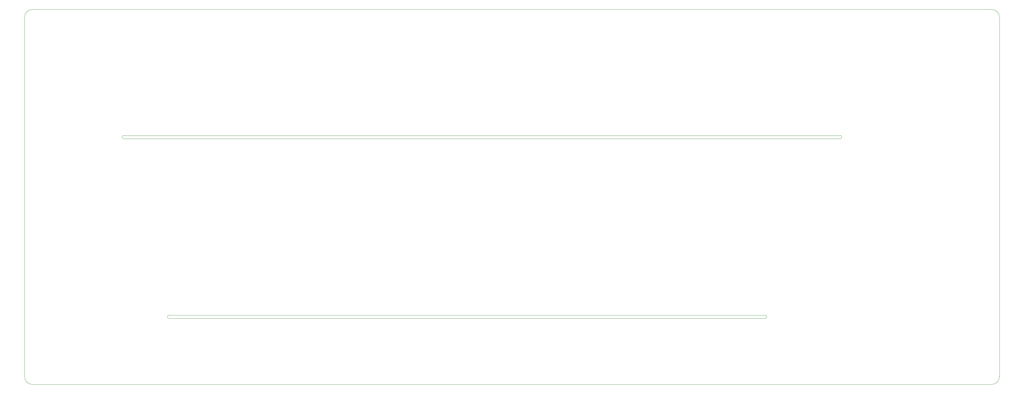
<source format=gbr>
%TF.GenerationSoftware,KiCad,Pcbnew,7.0.1*%
%TF.CreationDate,2023-03-28T18:38:34-04:00*%
%TF.ProjectId,project,70726f6a-6563-4742-9e6b-696361645f70,rev?*%
%TF.SameCoordinates,Original*%
%TF.FileFunction,Profile,NP*%
%FSLAX46Y46*%
G04 Gerber Fmt 4.6, Leading zero omitted, Abs format (unit mm)*
G04 Created by KiCad (PCBNEW 7.0.1) date 2023-03-28 18:38:34*
%MOMM*%
%LPD*%
G01*
G04 APERTURE LIST*
%TA.AperFunction,Profile*%
%ADD10C,0.100000*%
%TD*%
G04 APERTURE END LIST*
D10*
X36203800Y-184741900D02*
X340983800Y-184741900D01*
X33703800Y-67951900D02*
X33703800Y-182241900D01*
X340983800Y-65451900D02*
X36203800Y-65451900D01*
X343483800Y-182241900D02*
X343483800Y-67951900D01*
X340983800Y-184741900D02*
G75*
G03*
X343483800Y-182241900I0J2500000D01*
G01*
X33703800Y-182241900D02*
G75*
G03*
X36203800Y-184741900I2500000J0D01*
G01*
X36203800Y-65451900D02*
G75*
G03*
X33703800Y-67951900I0J-2500000D01*
G01*
X343483800Y-67951900D02*
G75*
G03*
X340983800Y-65451900I-2500000J0D01*
G01*
X269057500Y-163695000D02*
X79557500Y-163695000D01*
X79557500Y-162695000D02*
X269057500Y-162695000D01*
X79557500Y-162695000D02*
G75*
G03*
X79557500Y-163695000I0J-500000D01*
G01*
X292870000Y-106545000D02*
G75*
G03*
X292870000Y-105545000I0J500000D01*
G01*
X292870000Y-106545000D02*
X65219200Y-106545000D01*
X269057500Y-163695000D02*
G75*
G03*
X269057500Y-162695000I0J500000D01*
G01*
X65219200Y-105545000D02*
X292870000Y-105545000D01*
X65219200Y-105545000D02*
G75*
G03*
X65219200Y-106545000I0J-500000D01*
G01*
M02*

</source>
